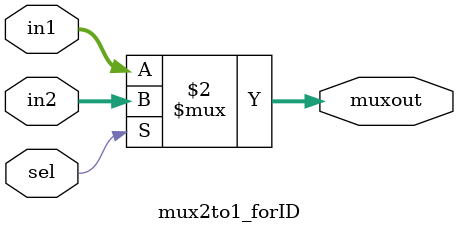
<source format=sv>
module mux2to1_forID(sel, in1, in2, muxout);
input [8:0] in1, in2;   //control 9-bit
input sel;
output logic [8:0] muxout;
assign muxout = (sel == 1'b0) ? in1 : in2;
endmodule
</source>
